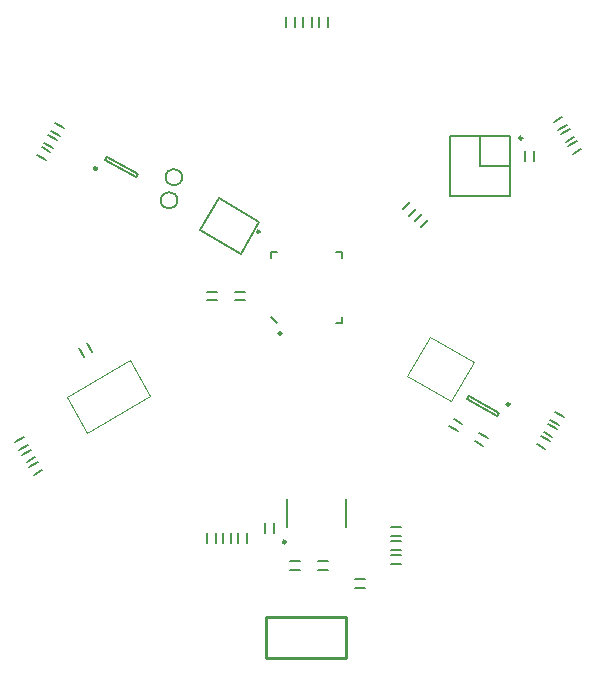
<source format=gto>
G04*
G04 #@! TF.GenerationSoftware,Altium Limited,CircuitMaker,2.3.0 (2.3.0.3)*
G04*
G04 Layer_Color=15132400*
%FSLAX25Y25*%
%MOIN*%
G70*
G04*
G04 #@! TF.SameCoordinates,DFAF08F0-1B05-4ABB-8EC1-2A918C0C2617*
G04*
G04*
G04 #@! TF.FilePolarity,Positive*
G04*
G01*
G75*
%ADD10C,0.00591*%
%ADD11C,0.00984*%
%ADD12C,0.01000*%
%ADD13C,0.00500*%
%ADD14C,0.00787*%
%ADD15C,0.00300*%
%ADD16C,0.00700*%
D10*
X86656Y164700D02*
G03*
X86656Y164700I-2756J0D01*
G01*
X85056Y157000D02*
G03*
X85056Y157000I-2756J0D01*
G01*
D11*
X121146Y43154D02*
G03*
X121146Y43154I-492J0D01*
G01*
X195806Y88997D02*
G03*
X195806Y88997I-492J0D01*
G01*
X58222Y167650D02*
G03*
X58222Y167650I-492J0D01*
G01*
X200035Y177749D02*
G03*
X200035Y177749I-492J0D01*
G01*
X119783Y112598D02*
G03*
X119783Y112598I-492J0D01*
G01*
D12*
X112432Y146542D02*
G03*
X112432Y146542I-415J0D01*
G01*
X114700Y4300D02*
X141300D01*
X114700D02*
Y18191D01*
X141300Y4300D02*
Y18191D01*
X114700D02*
X141300D01*
D13*
X208589Y82415D02*
X211487Y80742D01*
X207113Y79858D02*
X210011Y78185D01*
X210889Y86415D02*
X213787Y84742D01*
X209413Y83858D02*
X212311Y82185D01*
X206289Y78315D02*
X209187Y76642D01*
X204813Y75758D02*
X207711Y74085D01*
X144327Y27824D02*
X147673D01*
X144327Y30776D02*
X147673D01*
X117276Y46227D02*
Y49573D01*
X114324Y46227D02*
Y49573D01*
X131927Y33724D02*
X135273D01*
X131927Y36676D02*
X135273D01*
X122727Y33724D02*
X126073D01*
X122727Y36676D02*
X126073D01*
X97876Y42727D02*
Y46073D01*
X94924Y42727D02*
Y46073D01*
X108276Y42727D02*
Y46073D01*
X105324Y42727D02*
Y46073D01*
X103076Y42727D02*
Y46073D01*
X100124Y42727D02*
Y46073D01*
X175713Y81658D02*
X178611Y79985D01*
X177189Y84215D02*
X180087Y82542D01*
X184113Y76858D02*
X187011Y75185D01*
X185589Y79415D02*
X188487Y77742D01*
X156127Y48176D02*
X159473D01*
X156127Y45224D02*
X159473D01*
X156127Y43476D02*
X159473D01*
X156127Y40524D02*
X159473D01*
X156127Y38676D02*
X159473D01*
X156127Y35724D02*
X159473D01*
X94927Y123624D02*
X98273D01*
X94927Y126576D02*
X98273D01*
X200924Y170127D02*
Y173473D01*
X203876Y170127D02*
Y173473D01*
X164173Y150161D02*
X166539Y152527D01*
X166261Y148073D02*
X168627Y150439D01*
X104327Y123624D02*
X107673D01*
X104327Y126576D02*
X107673D01*
X160273Y153961D02*
X162639Y156327D01*
X162361Y151873D02*
X164727Y154239D01*
X37189Y65585D02*
X40087Y67258D01*
X35713Y68142D02*
X38611Y69815D01*
X32389Y73785D02*
X35287Y75458D01*
X30913Y76342D02*
X33811Y78015D01*
X34789Y69685D02*
X37687Y71358D01*
X33313Y72242D02*
X36211Y73915D01*
X54842Y109287D02*
X56515Y106389D01*
X52285Y107811D02*
X53958Y104913D01*
X42913Y180058D02*
X45811Y178385D01*
X44389Y182615D02*
X47287Y180942D01*
X40613Y176158D02*
X43511Y174485D01*
X42089Y178715D02*
X44987Y177042D01*
X38313Y172258D02*
X41211Y170585D01*
X39789Y174815D02*
X42687Y173142D01*
X215313Y174942D02*
X218211Y176615D01*
X216789Y172385D02*
X219687Y174058D01*
X210513Y183042D02*
X213411Y184715D01*
X211989Y180485D02*
X214887Y182158D01*
X213013Y179142D02*
X215911Y180815D01*
X214489Y176585D02*
X217387Y178258D01*
X121424Y214727D02*
Y218073D01*
X124376Y214727D02*
Y218073D01*
X126824Y214727D02*
Y218073D01*
X129776Y214727D02*
Y218073D01*
X132224Y214727D02*
Y218073D01*
X135176Y214727D02*
Y218073D01*
D14*
X141342Y48076D02*
Y57524D01*
X121658Y48076D02*
Y57524D01*
X106219Y139093D02*
X112420Y149833D01*
X98782Y157707D02*
X112420Y149833D01*
X92581Y146967D02*
X98782Y157707D01*
X92581Y146967D02*
X106219Y139093D01*
X181661Y90743D02*
X191549Y85034D01*
X182251Y91766D02*
X192139Y86057D01*
X181661Y90743D02*
X182251Y91766D01*
X191549Y85034D02*
X192139Y86057D01*
X60990Y170541D02*
X61581Y171564D01*
X71219Y164636D02*
X71810Y165659D01*
X60990Y170541D02*
X71219Y164636D01*
X61581Y171564D02*
X71810Y165659D01*
X137795Y116142D02*
X139764D01*
Y118110D01*
X116142D02*
X118110Y116142D01*
X139764Y137795D02*
Y139764D01*
X137795D02*
X139764D01*
X116142Y137795D02*
Y139764D01*
X118110D01*
D15*
X176381Y89955D02*
X183881Y102945D01*
X169159Y111445D02*
X183881Y102945D01*
X161659Y98455D02*
X169159Y111445D01*
X161659Y98455D02*
X176381Y89955D01*
X48105Y91430D02*
X54956Y79565D01*
X76095Y91770D01*
X48105Y91430D02*
X69244Y103635D01*
X76095Y91770D01*
D16*
X186000Y168300D02*
Y178300D01*
Y168300D02*
X196000D01*
Y158300D02*
Y178300D01*
X176000Y158300D02*
X196000D01*
X176000D02*
Y178300D01*
X196000D01*
M02*

</source>
